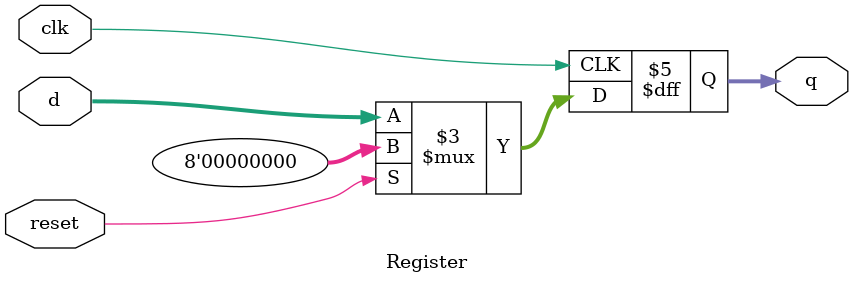
<source format=v>
`timescale 1ns / 1ps


module Register(d,clk,q,reset);
    parameter WIDTH = 8;
    input [WIDTH-1:0] d;
    output reg [WIDTH-1:0] q;
    input clk,reset;
    always@(posedge clk)
        if (reset)
            q <= 0;
        else
            q <= d;
endmodule

</source>
